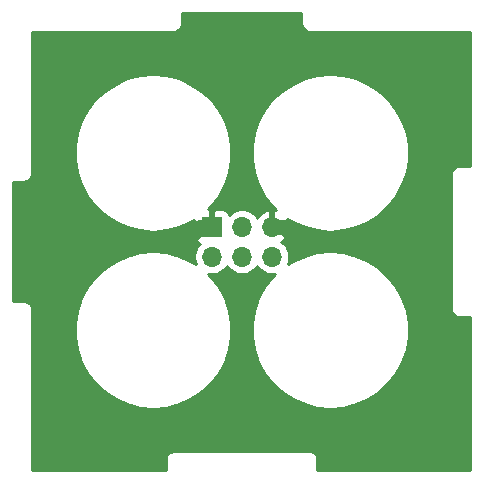
<source format=gbr>
%TF.GenerationSoftware,KiCad,Pcbnew,(5.1.10)-1*%
%TF.CreationDate,2022-01-02T17:40:11+01:00*%
%TF.ProjectId,3DESPWroverS,33444553-5057-4726-9f76-6572532e6b69,rev?*%
%TF.SameCoordinates,Original*%
%TF.FileFunction,Copper,L2,Bot*%
%TF.FilePolarity,Positive*%
%FSLAX46Y46*%
G04 Gerber Fmt 4.6, Leading zero omitted, Abs format (unit mm)*
G04 Created by KiCad (PCBNEW (5.1.10)-1) date 2022-01-02 17:40:11*
%MOMM*%
%LPD*%
G01*
G04 APERTURE LIST*
%TA.AperFunction,ComponentPad*%
%ADD10R,1.700000X1.700000*%
%TD*%
%TA.AperFunction,ComponentPad*%
%ADD11O,1.700000X1.700000*%
%TD*%
%TA.AperFunction,ViaPad*%
%ADD12C,1.200000*%
%TD*%
%TA.AperFunction,Conductor*%
%ADD13C,1.250000*%
%TD*%
%TA.AperFunction,Conductor*%
%ADD14C,0.254000*%
%TD*%
%TA.AperFunction,Conductor*%
%ADD15C,0.100000*%
%TD*%
G04 APERTURE END LIST*
D10*
%TO.P,J1,1*%
%TO.N,VCC*%
X117983000Y-56642000D03*
D11*
%TO.P,J1,2*%
%TO.N,GND*%
X117983000Y-59182000D03*
%TO.P,J1,3*%
%TO.N,/D1*%
X120523000Y-56642000D03*
%TO.P,J1,4*%
%TO.N,/D2*%
X120523000Y-59182000D03*
%TO.P,J1,5*%
%TO.N,VCC*%
X123063000Y-56642000D03*
%TO.P,J1,6*%
%TO.N,GND*%
X123063000Y-59182000D03*
%TD*%
D12*
%TO.N,VCC*%
X137414000Y-66802000D03*
X137414000Y-72898000D03*
X134747000Y-69850000D03*
X104140000Y-76454000D03*
X104140000Y-74930000D03*
X108712000Y-71755000D03*
X106807000Y-69850000D03*
X104140000Y-73406000D03*
X107061000Y-71501000D03*
%TD*%
D13*
%TO.N,VCC*%
X117983000Y-56642000D02*
X116967000Y-56642000D01*
X116967000Y-56642000D02*
X115697000Y-57912000D01*
X123063000Y-56642000D02*
X124079000Y-56642000D01*
X124079000Y-56642000D02*
X125349000Y-57912000D01*
X125349000Y-57912000D02*
X128905000Y-57912000D01*
%TD*%
D14*
%TO.N,VCC*%
X125569286Y-39457321D02*
X125566166Y-39489000D01*
X125578618Y-39615441D01*
X125615500Y-39737024D01*
X125675393Y-39849075D01*
X125675394Y-39849076D01*
X125755996Y-39947290D01*
X125854210Y-40027892D01*
X125966261Y-40087785D01*
X126087844Y-40124667D01*
X126214285Y-40137120D01*
X126245974Y-40133999D01*
X139855000Y-40134001D01*
X139855001Y-51479715D01*
X138931679Y-51479715D01*
X138900000Y-51476595D01*
X138868321Y-51479715D01*
X138773558Y-51489048D01*
X138651975Y-51525930D01*
X138539924Y-51585823D01*
X138441710Y-51666425D01*
X138361108Y-51764639D01*
X138301215Y-51876690D01*
X138264333Y-51998273D01*
X138251880Y-52124715D01*
X138255000Y-52156394D01*
X138255001Y-63621596D01*
X138251880Y-63653285D01*
X138264333Y-63779727D01*
X138301215Y-63901310D01*
X138361108Y-64013361D01*
X138441710Y-64111575D01*
X138539924Y-64192177D01*
X138651975Y-64252070D01*
X138773558Y-64288952D01*
X138868321Y-64298285D01*
X138900000Y-64301405D01*
X138931679Y-64298285D01*
X139855000Y-64298285D01*
X139855001Y-77244000D01*
X126909285Y-77244000D01*
X126909285Y-76320669D01*
X126912404Y-76289000D01*
X126909285Y-76257329D01*
X126909285Y-76257321D01*
X126899952Y-76162558D01*
X126863070Y-76040975D01*
X126803177Y-75928924D01*
X126722575Y-75830710D01*
X126624361Y-75750108D01*
X126512310Y-75690215D01*
X126390727Y-75653333D01*
X126264285Y-75640880D01*
X126232597Y-75644001D01*
X124531679Y-75643999D01*
X124468321Y-75643999D01*
X122489659Y-75644001D01*
X118531679Y-75643999D01*
X114767394Y-75643999D01*
X114735715Y-75640879D01*
X114704036Y-75643999D01*
X114609273Y-75653332D01*
X114487690Y-75690214D01*
X114375639Y-75750107D01*
X114277425Y-75830709D01*
X114196823Y-75928923D01*
X114136930Y-76040974D01*
X114100048Y-76162557D01*
X114087595Y-76288999D01*
X114090715Y-76320678D01*
X114090716Y-77244000D01*
X102745000Y-77244000D01*
X102745000Y-64838609D01*
X106357764Y-64838609D01*
X106357764Y-65939391D01*
X106538947Y-67025161D01*
X106896371Y-68066300D01*
X107420285Y-69034409D01*
X108096400Y-69903082D01*
X108906272Y-70648621D01*
X109827811Y-71250693D01*
X110835878Y-71692872D01*
X111902977Y-71963098D01*
X113000000Y-72054000D01*
X114097023Y-71963098D01*
X115164122Y-71692872D01*
X116172189Y-71250693D01*
X117093728Y-70648621D01*
X117903600Y-69903082D01*
X118579715Y-69034409D01*
X119103629Y-68066300D01*
X119461053Y-67025161D01*
X119642236Y-65939391D01*
X119642236Y-64838609D01*
X119461053Y-63752839D01*
X119103629Y-62711700D01*
X118579715Y-61743591D01*
X117903600Y-60874918D01*
X117633914Y-60626655D01*
X117836740Y-60667000D01*
X118129260Y-60667000D01*
X118416158Y-60609932D01*
X118686411Y-60497990D01*
X118929632Y-60335475D01*
X119136475Y-60128632D01*
X119253000Y-59954240D01*
X119369525Y-60128632D01*
X119576368Y-60335475D01*
X119819589Y-60497990D01*
X120089842Y-60609932D01*
X120376740Y-60667000D01*
X120669260Y-60667000D01*
X120956158Y-60609932D01*
X121226411Y-60497990D01*
X121469632Y-60335475D01*
X121676475Y-60128632D01*
X121793000Y-59954240D01*
X121909525Y-60128632D01*
X122116368Y-60335475D01*
X122359589Y-60497990D01*
X122629842Y-60609932D01*
X122916740Y-60667000D01*
X123209260Y-60667000D01*
X123353405Y-60638328D01*
X123096399Y-60874918D01*
X122420284Y-61743591D01*
X121896370Y-62711700D01*
X121538946Y-63752839D01*
X121357763Y-64838609D01*
X121357763Y-65939391D01*
X121538946Y-67025161D01*
X121896370Y-68066300D01*
X122420284Y-69034409D01*
X123096399Y-69903082D01*
X123906271Y-70648621D01*
X124827810Y-71250693D01*
X125835877Y-71692872D01*
X126902976Y-71963098D01*
X127999999Y-72054000D01*
X129097022Y-71963098D01*
X130164121Y-71692872D01*
X131172188Y-71250693D01*
X132093727Y-70648621D01*
X132903599Y-69903082D01*
X133579714Y-69034409D01*
X134103628Y-68066300D01*
X134461052Y-67025161D01*
X134642235Y-65939391D01*
X134642235Y-64838609D01*
X134461052Y-63752839D01*
X134103628Y-62711700D01*
X133579714Y-61743591D01*
X132903599Y-60874918D01*
X132093727Y-60129379D01*
X131172188Y-59527307D01*
X130164121Y-59085128D01*
X129097022Y-58814902D01*
X127999999Y-58724000D01*
X126902976Y-58814902D01*
X125835877Y-59085128D01*
X124827810Y-59527307D01*
X124415832Y-59796466D01*
X124490932Y-59615158D01*
X124548000Y-59328260D01*
X124548000Y-59035740D01*
X124490932Y-58748842D01*
X124378990Y-58478589D01*
X124216475Y-58235368D01*
X124009632Y-58028525D01*
X123833594Y-57910900D01*
X124063269Y-57739588D01*
X124258178Y-57523355D01*
X124407157Y-57273252D01*
X124504481Y-56998891D01*
X124383814Y-56769000D01*
X123190000Y-56769000D01*
X123190000Y-56789000D01*
X122936000Y-56789000D01*
X122936000Y-56769000D01*
X122916000Y-56769000D01*
X122916000Y-56515000D01*
X122936000Y-56515000D01*
X122936000Y-55321845D01*
X122706110Y-55200524D01*
X122558901Y-55245175D01*
X122296080Y-55370359D01*
X122062731Y-55544412D01*
X121867822Y-55760645D01*
X121798195Y-55877534D01*
X121676475Y-55695368D01*
X121469632Y-55488525D01*
X121226411Y-55326010D01*
X120956158Y-55214068D01*
X120669260Y-55157000D01*
X120376740Y-55157000D01*
X120089842Y-55214068D01*
X119819589Y-55326010D01*
X119576368Y-55488525D01*
X119444513Y-55620380D01*
X119422502Y-55547820D01*
X119363537Y-55437506D01*
X119284185Y-55340815D01*
X119187494Y-55261463D01*
X119077180Y-55202498D01*
X118957482Y-55166188D01*
X118833000Y-55153928D01*
X118268750Y-55157000D01*
X118110000Y-55315750D01*
X118110000Y-56515000D01*
X118130000Y-56515000D01*
X118130000Y-56769000D01*
X118110000Y-56769000D01*
X118110000Y-56789000D01*
X117856000Y-56789000D01*
X117856000Y-56769000D01*
X116656750Y-56769000D01*
X116498000Y-56927750D01*
X116494928Y-57492000D01*
X116507188Y-57616482D01*
X116543498Y-57736180D01*
X116602463Y-57846494D01*
X116681815Y-57943185D01*
X116778506Y-58022537D01*
X116888820Y-58081502D01*
X116961380Y-58103513D01*
X116829525Y-58235368D01*
X116667010Y-58478589D01*
X116555068Y-58748842D01*
X116498000Y-59035740D01*
X116498000Y-59328260D01*
X116555068Y-59615158D01*
X116647235Y-59837671D01*
X116172189Y-59527307D01*
X115164122Y-59085128D01*
X114097023Y-58814902D01*
X113000000Y-58724000D01*
X111902977Y-58814902D01*
X110835878Y-59085128D01*
X109827811Y-59527307D01*
X108906272Y-60129379D01*
X108096400Y-60874918D01*
X107420285Y-61743591D01*
X106896371Y-62711700D01*
X106538947Y-63752839D01*
X106357764Y-64838609D01*
X102745000Y-64838609D01*
X102745000Y-63634963D01*
X102748120Y-63603285D01*
X102735667Y-63476843D01*
X102698785Y-63355260D01*
X102638892Y-63243209D01*
X102558290Y-63144995D01*
X102460076Y-63064393D01*
X102348025Y-63004500D01*
X102226442Y-62967618D01*
X102131679Y-62958285D01*
X102100000Y-62955165D01*
X102068321Y-62958285D01*
X101145000Y-62958285D01*
X101145000Y-52819715D01*
X102068321Y-52819715D01*
X102100000Y-52822835D01*
X102131679Y-52819715D01*
X102226442Y-52810382D01*
X102348025Y-52773500D01*
X102460076Y-52713607D01*
X102558290Y-52633005D01*
X102638892Y-52534791D01*
X102698785Y-52422740D01*
X102735667Y-52301157D01*
X102748120Y-52174715D01*
X102745000Y-52143036D01*
X102745000Y-49838610D01*
X106357764Y-49838610D01*
X106357764Y-50939392D01*
X106538947Y-52025162D01*
X106896371Y-53066301D01*
X107420285Y-54034410D01*
X108096400Y-54903083D01*
X108906272Y-55648622D01*
X109827811Y-56250694D01*
X110835878Y-56692873D01*
X111902977Y-56963099D01*
X113000000Y-57054001D01*
X114097023Y-56963099D01*
X115164122Y-56692873D01*
X116172189Y-56250694D01*
X116496273Y-56038959D01*
X116498000Y-56356250D01*
X116656750Y-56515000D01*
X117856000Y-56515000D01*
X117856000Y-55315750D01*
X117697250Y-55157000D01*
X117628181Y-55156624D01*
X117903600Y-54903083D01*
X118579715Y-54034410D01*
X119103629Y-53066301D01*
X119461053Y-52025162D01*
X119642236Y-50939392D01*
X119642236Y-49838610D01*
X121357763Y-49838610D01*
X121357763Y-50939392D01*
X121538946Y-52025162D01*
X121896370Y-53066301D01*
X122420284Y-54034410D01*
X123096399Y-54903083D01*
X123419646Y-55200653D01*
X123190000Y-55321845D01*
X123190000Y-56515000D01*
X124383814Y-56515000D01*
X124504481Y-56285109D01*
X124407157Y-56010748D01*
X124373142Y-55953644D01*
X124827810Y-56250694D01*
X125835877Y-56692873D01*
X126902976Y-56963099D01*
X127999999Y-57054001D01*
X129097022Y-56963099D01*
X130164121Y-56692873D01*
X131172188Y-56250694D01*
X132093727Y-55648622D01*
X132903599Y-54903083D01*
X133579714Y-54034410D01*
X134103628Y-53066301D01*
X134461052Y-52025162D01*
X134642235Y-50939392D01*
X134642235Y-49838610D01*
X134461052Y-48752840D01*
X134103628Y-47711701D01*
X133579714Y-46743592D01*
X132903599Y-45874919D01*
X132093727Y-45129380D01*
X131172188Y-44527308D01*
X130164121Y-44085129D01*
X129097022Y-43814903D01*
X127999999Y-43724001D01*
X126902976Y-43814903D01*
X125835877Y-44085129D01*
X124827810Y-44527308D01*
X123906271Y-45129380D01*
X123096399Y-45874919D01*
X122420284Y-46743592D01*
X121896370Y-47711701D01*
X121538946Y-48752840D01*
X121357763Y-49838610D01*
X119642236Y-49838610D01*
X119461053Y-48752840D01*
X119103629Y-47711701D01*
X118579715Y-46743592D01*
X117903600Y-45874919D01*
X117093728Y-45129380D01*
X116172189Y-44527308D01*
X115164122Y-44085129D01*
X114097023Y-43814903D01*
X113000000Y-43724001D01*
X111902977Y-43814903D01*
X110835878Y-44085129D01*
X109827811Y-44527308D01*
X108906272Y-45129380D01*
X108096400Y-45874919D01*
X107420285Y-46743592D01*
X106896371Y-47711701D01*
X106538947Y-48752840D01*
X106357764Y-49838610D01*
X102745000Y-49838610D01*
X102745000Y-40134000D01*
X114754036Y-40134000D01*
X114785715Y-40137120D01*
X114817394Y-40134000D01*
X114912157Y-40124667D01*
X115033740Y-40087785D01*
X115145791Y-40027892D01*
X115244005Y-39947290D01*
X115324607Y-39849076D01*
X115384500Y-39737025D01*
X115421382Y-39615442D01*
X115433835Y-39489000D01*
X115430715Y-39457321D01*
X115430715Y-38534000D01*
X125569285Y-38534000D01*
X125569286Y-39457321D01*
%TA.AperFunction,Conductor*%
D15*
G36*
X125569286Y-39457321D02*
G01*
X125566166Y-39489000D01*
X125578618Y-39615441D01*
X125615500Y-39737024D01*
X125675393Y-39849075D01*
X125675394Y-39849076D01*
X125755996Y-39947290D01*
X125854210Y-40027892D01*
X125966261Y-40087785D01*
X126087844Y-40124667D01*
X126214285Y-40137120D01*
X126245974Y-40133999D01*
X139855000Y-40134001D01*
X139855001Y-51479715D01*
X138931679Y-51479715D01*
X138900000Y-51476595D01*
X138868321Y-51479715D01*
X138773558Y-51489048D01*
X138651975Y-51525930D01*
X138539924Y-51585823D01*
X138441710Y-51666425D01*
X138361108Y-51764639D01*
X138301215Y-51876690D01*
X138264333Y-51998273D01*
X138251880Y-52124715D01*
X138255000Y-52156394D01*
X138255001Y-63621596D01*
X138251880Y-63653285D01*
X138264333Y-63779727D01*
X138301215Y-63901310D01*
X138361108Y-64013361D01*
X138441710Y-64111575D01*
X138539924Y-64192177D01*
X138651975Y-64252070D01*
X138773558Y-64288952D01*
X138868321Y-64298285D01*
X138900000Y-64301405D01*
X138931679Y-64298285D01*
X139855000Y-64298285D01*
X139855001Y-77244000D01*
X126909285Y-77244000D01*
X126909285Y-76320669D01*
X126912404Y-76289000D01*
X126909285Y-76257329D01*
X126909285Y-76257321D01*
X126899952Y-76162558D01*
X126863070Y-76040975D01*
X126803177Y-75928924D01*
X126722575Y-75830710D01*
X126624361Y-75750108D01*
X126512310Y-75690215D01*
X126390727Y-75653333D01*
X126264285Y-75640880D01*
X126232597Y-75644001D01*
X124531679Y-75643999D01*
X124468321Y-75643999D01*
X122489659Y-75644001D01*
X118531679Y-75643999D01*
X114767394Y-75643999D01*
X114735715Y-75640879D01*
X114704036Y-75643999D01*
X114609273Y-75653332D01*
X114487690Y-75690214D01*
X114375639Y-75750107D01*
X114277425Y-75830709D01*
X114196823Y-75928923D01*
X114136930Y-76040974D01*
X114100048Y-76162557D01*
X114087595Y-76288999D01*
X114090715Y-76320678D01*
X114090716Y-77244000D01*
X102745000Y-77244000D01*
X102745000Y-64838609D01*
X106357764Y-64838609D01*
X106357764Y-65939391D01*
X106538947Y-67025161D01*
X106896371Y-68066300D01*
X107420285Y-69034409D01*
X108096400Y-69903082D01*
X108906272Y-70648621D01*
X109827811Y-71250693D01*
X110835878Y-71692872D01*
X111902977Y-71963098D01*
X113000000Y-72054000D01*
X114097023Y-71963098D01*
X115164122Y-71692872D01*
X116172189Y-71250693D01*
X117093728Y-70648621D01*
X117903600Y-69903082D01*
X118579715Y-69034409D01*
X119103629Y-68066300D01*
X119461053Y-67025161D01*
X119642236Y-65939391D01*
X119642236Y-64838609D01*
X119461053Y-63752839D01*
X119103629Y-62711700D01*
X118579715Y-61743591D01*
X117903600Y-60874918D01*
X117633914Y-60626655D01*
X117836740Y-60667000D01*
X118129260Y-60667000D01*
X118416158Y-60609932D01*
X118686411Y-60497990D01*
X118929632Y-60335475D01*
X119136475Y-60128632D01*
X119253000Y-59954240D01*
X119369525Y-60128632D01*
X119576368Y-60335475D01*
X119819589Y-60497990D01*
X120089842Y-60609932D01*
X120376740Y-60667000D01*
X120669260Y-60667000D01*
X120956158Y-60609932D01*
X121226411Y-60497990D01*
X121469632Y-60335475D01*
X121676475Y-60128632D01*
X121793000Y-59954240D01*
X121909525Y-60128632D01*
X122116368Y-60335475D01*
X122359589Y-60497990D01*
X122629842Y-60609932D01*
X122916740Y-60667000D01*
X123209260Y-60667000D01*
X123353405Y-60638328D01*
X123096399Y-60874918D01*
X122420284Y-61743591D01*
X121896370Y-62711700D01*
X121538946Y-63752839D01*
X121357763Y-64838609D01*
X121357763Y-65939391D01*
X121538946Y-67025161D01*
X121896370Y-68066300D01*
X122420284Y-69034409D01*
X123096399Y-69903082D01*
X123906271Y-70648621D01*
X124827810Y-71250693D01*
X125835877Y-71692872D01*
X126902976Y-71963098D01*
X127999999Y-72054000D01*
X129097022Y-71963098D01*
X130164121Y-71692872D01*
X131172188Y-71250693D01*
X132093727Y-70648621D01*
X132903599Y-69903082D01*
X133579714Y-69034409D01*
X134103628Y-68066300D01*
X134461052Y-67025161D01*
X134642235Y-65939391D01*
X134642235Y-64838609D01*
X134461052Y-63752839D01*
X134103628Y-62711700D01*
X133579714Y-61743591D01*
X132903599Y-60874918D01*
X132093727Y-60129379D01*
X131172188Y-59527307D01*
X130164121Y-59085128D01*
X129097022Y-58814902D01*
X127999999Y-58724000D01*
X126902976Y-58814902D01*
X125835877Y-59085128D01*
X124827810Y-59527307D01*
X124415832Y-59796466D01*
X124490932Y-59615158D01*
X124548000Y-59328260D01*
X124548000Y-59035740D01*
X124490932Y-58748842D01*
X124378990Y-58478589D01*
X124216475Y-58235368D01*
X124009632Y-58028525D01*
X123833594Y-57910900D01*
X124063269Y-57739588D01*
X124258178Y-57523355D01*
X124407157Y-57273252D01*
X124504481Y-56998891D01*
X124383814Y-56769000D01*
X123190000Y-56769000D01*
X123190000Y-56789000D01*
X122936000Y-56789000D01*
X122936000Y-56769000D01*
X122916000Y-56769000D01*
X122916000Y-56515000D01*
X122936000Y-56515000D01*
X122936000Y-55321845D01*
X122706110Y-55200524D01*
X122558901Y-55245175D01*
X122296080Y-55370359D01*
X122062731Y-55544412D01*
X121867822Y-55760645D01*
X121798195Y-55877534D01*
X121676475Y-55695368D01*
X121469632Y-55488525D01*
X121226411Y-55326010D01*
X120956158Y-55214068D01*
X120669260Y-55157000D01*
X120376740Y-55157000D01*
X120089842Y-55214068D01*
X119819589Y-55326010D01*
X119576368Y-55488525D01*
X119444513Y-55620380D01*
X119422502Y-55547820D01*
X119363537Y-55437506D01*
X119284185Y-55340815D01*
X119187494Y-55261463D01*
X119077180Y-55202498D01*
X118957482Y-55166188D01*
X118833000Y-55153928D01*
X118268750Y-55157000D01*
X118110000Y-55315750D01*
X118110000Y-56515000D01*
X118130000Y-56515000D01*
X118130000Y-56769000D01*
X118110000Y-56769000D01*
X118110000Y-56789000D01*
X117856000Y-56789000D01*
X117856000Y-56769000D01*
X116656750Y-56769000D01*
X116498000Y-56927750D01*
X116494928Y-57492000D01*
X116507188Y-57616482D01*
X116543498Y-57736180D01*
X116602463Y-57846494D01*
X116681815Y-57943185D01*
X116778506Y-58022537D01*
X116888820Y-58081502D01*
X116961380Y-58103513D01*
X116829525Y-58235368D01*
X116667010Y-58478589D01*
X116555068Y-58748842D01*
X116498000Y-59035740D01*
X116498000Y-59328260D01*
X116555068Y-59615158D01*
X116647235Y-59837671D01*
X116172189Y-59527307D01*
X115164122Y-59085128D01*
X114097023Y-58814902D01*
X113000000Y-58724000D01*
X111902977Y-58814902D01*
X110835878Y-59085128D01*
X109827811Y-59527307D01*
X108906272Y-60129379D01*
X108096400Y-60874918D01*
X107420285Y-61743591D01*
X106896371Y-62711700D01*
X106538947Y-63752839D01*
X106357764Y-64838609D01*
X102745000Y-64838609D01*
X102745000Y-63634963D01*
X102748120Y-63603285D01*
X102735667Y-63476843D01*
X102698785Y-63355260D01*
X102638892Y-63243209D01*
X102558290Y-63144995D01*
X102460076Y-63064393D01*
X102348025Y-63004500D01*
X102226442Y-62967618D01*
X102131679Y-62958285D01*
X102100000Y-62955165D01*
X102068321Y-62958285D01*
X101145000Y-62958285D01*
X101145000Y-52819715D01*
X102068321Y-52819715D01*
X102100000Y-52822835D01*
X102131679Y-52819715D01*
X102226442Y-52810382D01*
X102348025Y-52773500D01*
X102460076Y-52713607D01*
X102558290Y-52633005D01*
X102638892Y-52534791D01*
X102698785Y-52422740D01*
X102735667Y-52301157D01*
X102748120Y-52174715D01*
X102745000Y-52143036D01*
X102745000Y-49838610D01*
X106357764Y-49838610D01*
X106357764Y-50939392D01*
X106538947Y-52025162D01*
X106896371Y-53066301D01*
X107420285Y-54034410D01*
X108096400Y-54903083D01*
X108906272Y-55648622D01*
X109827811Y-56250694D01*
X110835878Y-56692873D01*
X111902977Y-56963099D01*
X113000000Y-57054001D01*
X114097023Y-56963099D01*
X115164122Y-56692873D01*
X116172189Y-56250694D01*
X116496273Y-56038959D01*
X116498000Y-56356250D01*
X116656750Y-56515000D01*
X117856000Y-56515000D01*
X117856000Y-55315750D01*
X117697250Y-55157000D01*
X117628181Y-55156624D01*
X117903600Y-54903083D01*
X118579715Y-54034410D01*
X119103629Y-53066301D01*
X119461053Y-52025162D01*
X119642236Y-50939392D01*
X119642236Y-49838610D01*
X121357763Y-49838610D01*
X121357763Y-50939392D01*
X121538946Y-52025162D01*
X121896370Y-53066301D01*
X122420284Y-54034410D01*
X123096399Y-54903083D01*
X123419646Y-55200653D01*
X123190000Y-55321845D01*
X123190000Y-56515000D01*
X124383814Y-56515000D01*
X124504481Y-56285109D01*
X124407157Y-56010748D01*
X124373142Y-55953644D01*
X124827810Y-56250694D01*
X125835877Y-56692873D01*
X126902976Y-56963099D01*
X127999999Y-57054001D01*
X129097022Y-56963099D01*
X130164121Y-56692873D01*
X131172188Y-56250694D01*
X132093727Y-55648622D01*
X132903599Y-54903083D01*
X133579714Y-54034410D01*
X134103628Y-53066301D01*
X134461052Y-52025162D01*
X134642235Y-50939392D01*
X134642235Y-49838610D01*
X134461052Y-48752840D01*
X134103628Y-47711701D01*
X133579714Y-46743592D01*
X132903599Y-45874919D01*
X132093727Y-45129380D01*
X131172188Y-44527308D01*
X130164121Y-44085129D01*
X129097022Y-43814903D01*
X127999999Y-43724001D01*
X126902976Y-43814903D01*
X125835877Y-44085129D01*
X124827810Y-44527308D01*
X123906271Y-45129380D01*
X123096399Y-45874919D01*
X122420284Y-46743592D01*
X121896370Y-47711701D01*
X121538946Y-48752840D01*
X121357763Y-49838610D01*
X119642236Y-49838610D01*
X119461053Y-48752840D01*
X119103629Y-47711701D01*
X118579715Y-46743592D01*
X117903600Y-45874919D01*
X117093728Y-45129380D01*
X116172189Y-44527308D01*
X115164122Y-44085129D01*
X114097023Y-43814903D01*
X113000000Y-43724001D01*
X111902977Y-43814903D01*
X110835878Y-44085129D01*
X109827811Y-44527308D01*
X108906272Y-45129380D01*
X108096400Y-45874919D01*
X107420285Y-46743592D01*
X106896371Y-47711701D01*
X106538947Y-48752840D01*
X106357764Y-49838610D01*
X102745000Y-49838610D01*
X102745000Y-40134000D01*
X114754036Y-40134000D01*
X114785715Y-40137120D01*
X114817394Y-40134000D01*
X114912157Y-40124667D01*
X115033740Y-40087785D01*
X115145791Y-40027892D01*
X115244005Y-39947290D01*
X115324607Y-39849076D01*
X115384500Y-39737025D01*
X115421382Y-39615442D01*
X115433835Y-39489000D01*
X115430715Y-39457321D01*
X115430715Y-38534000D01*
X125569285Y-38534000D01*
X125569286Y-39457321D01*
G37*
%TD.AperFunction*%
%TD*%
M02*

</source>
